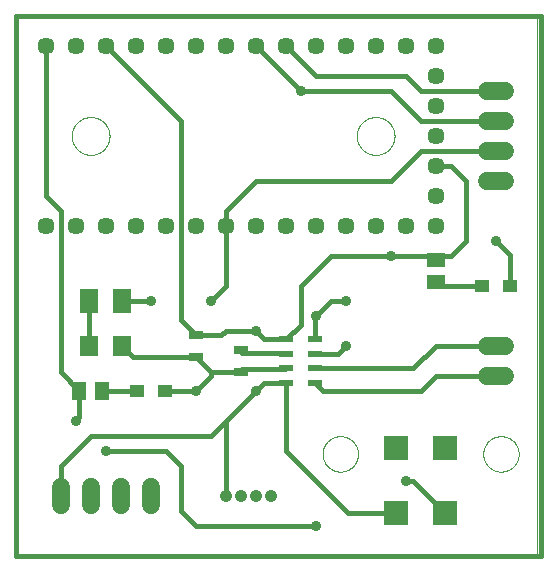
<source format=gtl>
G75*
%MOIN*%
%OFA0B0*%
%FSLAX25Y25*%
%IPPOS*%
%LPD*%
%AMOC8*
5,1,8,0,0,1.08239X$1,22.5*
%
%ADD10C,0.00000*%
%ADD11C,0.01600*%
%ADD12R,0.04724X0.03150*%
%ADD13R,0.04724X0.01969*%
%ADD14C,0.04134*%
%ADD15C,0.06000*%
%ADD16R,0.06299X0.07874*%
%ADD17R,0.06299X0.07098*%
%ADD18C,0.05700*%
%ADD19R,0.08268X0.08268*%
%ADD20R,0.05906X0.05118*%
%ADD21R,0.05118X0.05906*%
%ADD22R,0.04921X0.04331*%
%ADD23C,0.03543*%
%ADD24C,0.01000*%
D10*
X0104122Y0080272D02*
X0104124Y0080425D01*
X0104130Y0080579D01*
X0104140Y0080732D01*
X0104154Y0080884D01*
X0104172Y0081037D01*
X0104194Y0081188D01*
X0104219Y0081339D01*
X0104249Y0081490D01*
X0104283Y0081640D01*
X0104320Y0081788D01*
X0104361Y0081936D01*
X0104406Y0082082D01*
X0104455Y0082228D01*
X0104508Y0082372D01*
X0104564Y0082514D01*
X0104624Y0082655D01*
X0104688Y0082795D01*
X0104755Y0082933D01*
X0104826Y0083069D01*
X0104901Y0083203D01*
X0104978Y0083335D01*
X0105060Y0083465D01*
X0105144Y0083593D01*
X0105232Y0083719D01*
X0105323Y0083842D01*
X0105417Y0083963D01*
X0105515Y0084081D01*
X0105615Y0084197D01*
X0105719Y0084310D01*
X0105825Y0084421D01*
X0105934Y0084529D01*
X0106046Y0084634D01*
X0106160Y0084735D01*
X0106278Y0084834D01*
X0106397Y0084930D01*
X0106519Y0085023D01*
X0106644Y0085112D01*
X0106771Y0085199D01*
X0106900Y0085281D01*
X0107031Y0085361D01*
X0107164Y0085437D01*
X0107299Y0085510D01*
X0107436Y0085579D01*
X0107575Y0085644D01*
X0107715Y0085706D01*
X0107857Y0085764D01*
X0108000Y0085819D01*
X0108145Y0085870D01*
X0108291Y0085917D01*
X0108438Y0085960D01*
X0108586Y0085999D01*
X0108735Y0086035D01*
X0108885Y0086066D01*
X0109036Y0086094D01*
X0109187Y0086118D01*
X0109340Y0086138D01*
X0109492Y0086154D01*
X0109645Y0086166D01*
X0109798Y0086174D01*
X0109951Y0086178D01*
X0110105Y0086178D01*
X0110258Y0086174D01*
X0110411Y0086166D01*
X0110564Y0086154D01*
X0110716Y0086138D01*
X0110869Y0086118D01*
X0111020Y0086094D01*
X0111171Y0086066D01*
X0111321Y0086035D01*
X0111470Y0085999D01*
X0111618Y0085960D01*
X0111765Y0085917D01*
X0111911Y0085870D01*
X0112056Y0085819D01*
X0112199Y0085764D01*
X0112341Y0085706D01*
X0112481Y0085644D01*
X0112620Y0085579D01*
X0112757Y0085510D01*
X0112892Y0085437D01*
X0113025Y0085361D01*
X0113156Y0085281D01*
X0113285Y0085199D01*
X0113412Y0085112D01*
X0113537Y0085023D01*
X0113659Y0084930D01*
X0113778Y0084834D01*
X0113896Y0084735D01*
X0114010Y0084634D01*
X0114122Y0084529D01*
X0114231Y0084421D01*
X0114337Y0084310D01*
X0114441Y0084197D01*
X0114541Y0084081D01*
X0114639Y0083963D01*
X0114733Y0083842D01*
X0114824Y0083719D01*
X0114912Y0083593D01*
X0114996Y0083465D01*
X0115078Y0083335D01*
X0115155Y0083203D01*
X0115230Y0083069D01*
X0115301Y0082933D01*
X0115368Y0082795D01*
X0115432Y0082655D01*
X0115492Y0082514D01*
X0115548Y0082372D01*
X0115601Y0082228D01*
X0115650Y0082082D01*
X0115695Y0081936D01*
X0115736Y0081788D01*
X0115773Y0081640D01*
X0115807Y0081490D01*
X0115837Y0081339D01*
X0115862Y0081188D01*
X0115884Y0081037D01*
X0115902Y0080884D01*
X0115916Y0080732D01*
X0115926Y0080579D01*
X0115932Y0080425D01*
X0115934Y0080272D01*
X0115932Y0080119D01*
X0115926Y0079965D01*
X0115916Y0079812D01*
X0115902Y0079660D01*
X0115884Y0079507D01*
X0115862Y0079356D01*
X0115837Y0079205D01*
X0115807Y0079054D01*
X0115773Y0078904D01*
X0115736Y0078756D01*
X0115695Y0078608D01*
X0115650Y0078462D01*
X0115601Y0078316D01*
X0115548Y0078172D01*
X0115492Y0078030D01*
X0115432Y0077889D01*
X0115368Y0077749D01*
X0115301Y0077611D01*
X0115230Y0077475D01*
X0115155Y0077341D01*
X0115078Y0077209D01*
X0114996Y0077079D01*
X0114912Y0076951D01*
X0114824Y0076825D01*
X0114733Y0076702D01*
X0114639Y0076581D01*
X0114541Y0076463D01*
X0114441Y0076347D01*
X0114337Y0076234D01*
X0114231Y0076123D01*
X0114122Y0076015D01*
X0114010Y0075910D01*
X0113896Y0075809D01*
X0113778Y0075710D01*
X0113659Y0075614D01*
X0113537Y0075521D01*
X0113412Y0075432D01*
X0113285Y0075345D01*
X0113156Y0075263D01*
X0113025Y0075183D01*
X0112892Y0075107D01*
X0112757Y0075034D01*
X0112620Y0074965D01*
X0112481Y0074900D01*
X0112341Y0074838D01*
X0112199Y0074780D01*
X0112056Y0074725D01*
X0111911Y0074674D01*
X0111765Y0074627D01*
X0111618Y0074584D01*
X0111470Y0074545D01*
X0111321Y0074509D01*
X0111171Y0074478D01*
X0111020Y0074450D01*
X0110869Y0074426D01*
X0110716Y0074406D01*
X0110564Y0074390D01*
X0110411Y0074378D01*
X0110258Y0074370D01*
X0110105Y0074366D01*
X0109951Y0074366D01*
X0109798Y0074370D01*
X0109645Y0074378D01*
X0109492Y0074390D01*
X0109340Y0074406D01*
X0109187Y0074426D01*
X0109036Y0074450D01*
X0108885Y0074478D01*
X0108735Y0074509D01*
X0108586Y0074545D01*
X0108438Y0074584D01*
X0108291Y0074627D01*
X0108145Y0074674D01*
X0108000Y0074725D01*
X0107857Y0074780D01*
X0107715Y0074838D01*
X0107575Y0074900D01*
X0107436Y0074965D01*
X0107299Y0075034D01*
X0107164Y0075107D01*
X0107031Y0075183D01*
X0106900Y0075263D01*
X0106771Y0075345D01*
X0106644Y0075432D01*
X0106519Y0075521D01*
X0106397Y0075614D01*
X0106278Y0075710D01*
X0106160Y0075809D01*
X0106046Y0075910D01*
X0105934Y0076015D01*
X0105825Y0076123D01*
X0105719Y0076234D01*
X0105615Y0076347D01*
X0105515Y0076463D01*
X0105417Y0076581D01*
X0105323Y0076702D01*
X0105232Y0076825D01*
X0105144Y0076951D01*
X0105060Y0077079D01*
X0104978Y0077209D01*
X0104901Y0077341D01*
X0104826Y0077475D01*
X0104755Y0077611D01*
X0104688Y0077749D01*
X0104624Y0077889D01*
X0104564Y0078030D01*
X0104508Y0078172D01*
X0104455Y0078316D01*
X0104406Y0078462D01*
X0104361Y0078608D01*
X0104320Y0078756D01*
X0104283Y0078904D01*
X0104249Y0079054D01*
X0104219Y0079205D01*
X0104194Y0079356D01*
X0104172Y0079507D01*
X0104154Y0079660D01*
X0104140Y0079812D01*
X0104130Y0079965D01*
X0104124Y0080119D01*
X0104122Y0080272D01*
X0157666Y0080272D02*
X0157668Y0080425D01*
X0157674Y0080579D01*
X0157684Y0080732D01*
X0157698Y0080884D01*
X0157716Y0081037D01*
X0157738Y0081188D01*
X0157763Y0081339D01*
X0157793Y0081490D01*
X0157827Y0081640D01*
X0157864Y0081788D01*
X0157905Y0081936D01*
X0157950Y0082082D01*
X0157999Y0082228D01*
X0158052Y0082372D01*
X0158108Y0082514D01*
X0158168Y0082655D01*
X0158232Y0082795D01*
X0158299Y0082933D01*
X0158370Y0083069D01*
X0158445Y0083203D01*
X0158522Y0083335D01*
X0158604Y0083465D01*
X0158688Y0083593D01*
X0158776Y0083719D01*
X0158867Y0083842D01*
X0158961Y0083963D01*
X0159059Y0084081D01*
X0159159Y0084197D01*
X0159263Y0084310D01*
X0159369Y0084421D01*
X0159478Y0084529D01*
X0159590Y0084634D01*
X0159704Y0084735D01*
X0159822Y0084834D01*
X0159941Y0084930D01*
X0160063Y0085023D01*
X0160188Y0085112D01*
X0160315Y0085199D01*
X0160444Y0085281D01*
X0160575Y0085361D01*
X0160708Y0085437D01*
X0160843Y0085510D01*
X0160980Y0085579D01*
X0161119Y0085644D01*
X0161259Y0085706D01*
X0161401Y0085764D01*
X0161544Y0085819D01*
X0161689Y0085870D01*
X0161835Y0085917D01*
X0161982Y0085960D01*
X0162130Y0085999D01*
X0162279Y0086035D01*
X0162429Y0086066D01*
X0162580Y0086094D01*
X0162731Y0086118D01*
X0162884Y0086138D01*
X0163036Y0086154D01*
X0163189Y0086166D01*
X0163342Y0086174D01*
X0163495Y0086178D01*
X0163649Y0086178D01*
X0163802Y0086174D01*
X0163955Y0086166D01*
X0164108Y0086154D01*
X0164260Y0086138D01*
X0164413Y0086118D01*
X0164564Y0086094D01*
X0164715Y0086066D01*
X0164865Y0086035D01*
X0165014Y0085999D01*
X0165162Y0085960D01*
X0165309Y0085917D01*
X0165455Y0085870D01*
X0165600Y0085819D01*
X0165743Y0085764D01*
X0165885Y0085706D01*
X0166025Y0085644D01*
X0166164Y0085579D01*
X0166301Y0085510D01*
X0166436Y0085437D01*
X0166569Y0085361D01*
X0166700Y0085281D01*
X0166829Y0085199D01*
X0166956Y0085112D01*
X0167081Y0085023D01*
X0167203Y0084930D01*
X0167322Y0084834D01*
X0167440Y0084735D01*
X0167554Y0084634D01*
X0167666Y0084529D01*
X0167775Y0084421D01*
X0167881Y0084310D01*
X0167985Y0084197D01*
X0168085Y0084081D01*
X0168183Y0083963D01*
X0168277Y0083842D01*
X0168368Y0083719D01*
X0168456Y0083593D01*
X0168540Y0083465D01*
X0168622Y0083335D01*
X0168699Y0083203D01*
X0168774Y0083069D01*
X0168845Y0082933D01*
X0168912Y0082795D01*
X0168976Y0082655D01*
X0169036Y0082514D01*
X0169092Y0082372D01*
X0169145Y0082228D01*
X0169194Y0082082D01*
X0169239Y0081936D01*
X0169280Y0081788D01*
X0169317Y0081640D01*
X0169351Y0081490D01*
X0169381Y0081339D01*
X0169406Y0081188D01*
X0169428Y0081037D01*
X0169446Y0080884D01*
X0169460Y0080732D01*
X0169470Y0080579D01*
X0169476Y0080425D01*
X0169478Y0080272D01*
X0169476Y0080119D01*
X0169470Y0079965D01*
X0169460Y0079812D01*
X0169446Y0079660D01*
X0169428Y0079507D01*
X0169406Y0079356D01*
X0169381Y0079205D01*
X0169351Y0079054D01*
X0169317Y0078904D01*
X0169280Y0078756D01*
X0169239Y0078608D01*
X0169194Y0078462D01*
X0169145Y0078316D01*
X0169092Y0078172D01*
X0169036Y0078030D01*
X0168976Y0077889D01*
X0168912Y0077749D01*
X0168845Y0077611D01*
X0168774Y0077475D01*
X0168699Y0077341D01*
X0168622Y0077209D01*
X0168540Y0077079D01*
X0168456Y0076951D01*
X0168368Y0076825D01*
X0168277Y0076702D01*
X0168183Y0076581D01*
X0168085Y0076463D01*
X0167985Y0076347D01*
X0167881Y0076234D01*
X0167775Y0076123D01*
X0167666Y0076015D01*
X0167554Y0075910D01*
X0167440Y0075809D01*
X0167322Y0075710D01*
X0167203Y0075614D01*
X0167081Y0075521D01*
X0166956Y0075432D01*
X0166829Y0075345D01*
X0166700Y0075263D01*
X0166569Y0075183D01*
X0166436Y0075107D01*
X0166301Y0075034D01*
X0166164Y0074965D01*
X0166025Y0074900D01*
X0165885Y0074838D01*
X0165743Y0074780D01*
X0165600Y0074725D01*
X0165455Y0074674D01*
X0165309Y0074627D01*
X0165162Y0074584D01*
X0165014Y0074545D01*
X0164865Y0074509D01*
X0164715Y0074478D01*
X0164564Y0074450D01*
X0164413Y0074426D01*
X0164260Y0074406D01*
X0164108Y0074390D01*
X0163955Y0074378D01*
X0163802Y0074370D01*
X0163649Y0074366D01*
X0163495Y0074366D01*
X0163342Y0074370D01*
X0163189Y0074378D01*
X0163036Y0074390D01*
X0162884Y0074406D01*
X0162731Y0074426D01*
X0162580Y0074450D01*
X0162429Y0074478D01*
X0162279Y0074509D01*
X0162130Y0074545D01*
X0161982Y0074584D01*
X0161835Y0074627D01*
X0161689Y0074674D01*
X0161544Y0074725D01*
X0161401Y0074780D01*
X0161259Y0074838D01*
X0161119Y0074900D01*
X0160980Y0074965D01*
X0160843Y0075034D01*
X0160708Y0075107D01*
X0160575Y0075183D01*
X0160444Y0075263D01*
X0160315Y0075345D01*
X0160188Y0075432D01*
X0160063Y0075521D01*
X0159941Y0075614D01*
X0159822Y0075710D01*
X0159704Y0075809D01*
X0159590Y0075910D01*
X0159478Y0076015D01*
X0159369Y0076123D01*
X0159263Y0076234D01*
X0159159Y0076347D01*
X0159059Y0076463D01*
X0158961Y0076581D01*
X0158867Y0076702D01*
X0158776Y0076825D01*
X0158688Y0076951D01*
X0158604Y0077079D01*
X0158522Y0077209D01*
X0158445Y0077341D01*
X0158370Y0077475D01*
X0158299Y0077611D01*
X0158232Y0077749D01*
X0158168Y0077889D01*
X0158108Y0078030D01*
X0158052Y0078172D01*
X0157999Y0078316D01*
X0157950Y0078462D01*
X0157905Y0078608D01*
X0157864Y0078756D01*
X0157827Y0078904D01*
X0157793Y0079054D01*
X0157763Y0079205D01*
X0157738Y0079356D01*
X0157716Y0079507D01*
X0157698Y0079660D01*
X0157684Y0079812D01*
X0157674Y0079965D01*
X0157668Y0080119D01*
X0157666Y0080272D01*
X0175501Y0046256D02*
X0175501Y0226217D01*
X0001800Y0226217D01*
X0020501Y0186256D02*
X0020503Y0186414D01*
X0020509Y0186572D01*
X0020519Y0186730D01*
X0020533Y0186888D01*
X0020551Y0187045D01*
X0020572Y0187202D01*
X0020598Y0187358D01*
X0020628Y0187514D01*
X0020661Y0187669D01*
X0020699Y0187822D01*
X0020740Y0187975D01*
X0020785Y0188127D01*
X0020834Y0188278D01*
X0020887Y0188427D01*
X0020943Y0188575D01*
X0021003Y0188721D01*
X0021067Y0188866D01*
X0021135Y0189009D01*
X0021206Y0189151D01*
X0021280Y0189291D01*
X0021358Y0189428D01*
X0021440Y0189564D01*
X0021524Y0189698D01*
X0021613Y0189829D01*
X0021704Y0189958D01*
X0021799Y0190085D01*
X0021896Y0190210D01*
X0021997Y0190332D01*
X0022101Y0190451D01*
X0022208Y0190568D01*
X0022318Y0190682D01*
X0022431Y0190793D01*
X0022546Y0190902D01*
X0022664Y0191007D01*
X0022785Y0191109D01*
X0022908Y0191209D01*
X0023034Y0191305D01*
X0023162Y0191398D01*
X0023292Y0191488D01*
X0023425Y0191574D01*
X0023560Y0191658D01*
X0023696Y0191737D01*
X0023835Y0191814D01*
X0023976Y0191886D01*
X0024118Y0191956D01*
X0024262Y0192021D01*
X0024408Y0192083D01*
X0024555Y0192141D01*
X0024704Y0192196D01*
X0024854Y0192247D01*
X0025005Y0192294D01*
X0025157Y0192337D01*
X0025310Y0192376D01*
X0025465Y0192412D01*
X0025620Y0192443D01*
X0025776Y0192471D01*
X0025932Y0192495D01*
X0026089Y0192515D01*
X0026247Y0192531D01*
X0026404Y0192543D01*
X0026563Y0192551D01*
X0026721Y0192555D01*
X0026879Y0192555D01*
X0027037Y0192551D01*
X0027196Y0192543D01*
X0027353Y0192531D01*
X0027511Y0192515D01*
X0027668Y0192495D01*
X0027824Y0192471D01*
X0027980Y0192443D01*
X0028135Y0192412D01*
X0028290Y0192376D01*
X0028443Y0192337D01*
X0028595Y0192294D01*
X0028746Y0192247D01*
X0028896Y0192196D01*
X0029045Y0192141D01*
X0029192Y0192083D01*
X0029338Y0192021D01*
X0029482Y0191956D01*
X0029624Y0191886D01*
X0029765Y0191814D01*
X0029904Y0191737D01*
X0030040Y0191658D01*
X0030175Y0191574D01*
X0030308Y0191488D01*
X0030438Y0191398D01*
X0030566Y0191305D01*
X0030692Y0191209D01*
X0030815Y0191109D01*
X0030936Y0191007D01*
X0031054Y0190902D01*
X0031169Y0190793D01*
X0031282Y0190682D01*
X0031392Y0190568D01*
X0031499Y0190451D01*
X0031603Y0190332D01*
X0031704Y0190210D01*
X0031801Y0190085D01*
X0031896Y0189958D01*
X0031987Y0189829D01*
X0032076Y0189698D01*
X0032160Y0189564D01*
X0032242Y0189428D01*
X0032320Y0189291D01*
X0032394Y0189151D01*
X0032465Y0189009D01*
X0032533Y0188866D01*
X0032597Y0188721D01*
X0032657Y0188575D01*
X0032713Y0188427D01*
X0032766Y0188278D01*
X0032815Y0188127D01*
X0032860Y0187975D01*
X0032901Y0187822D01*
X0032939Y0187669D01*
X0032972Y0187514D01*
X0033002Y0187358D01*
X0033028Y0187202D01*
X0033049Y0187045D01*
X0033067Y0186888D01*
X0033081Y0186730D01*
X0033091Y0186572D01*
X0033097Y0186414D01*
X0033099Y0186256D01*
X0033097Y0186098D01*
X0033091Y0185940D01*
X0033081Y0185782D01*
X0033067Y0185624D01*
X0033049Y0185467D01*
X0033028Y0185310D01*
X0033002Y0185154D01*
X0032972Y0184998D01*
X0032939Y0184843D01*
X0032901Y0184690D01*
X0032860Y0184537D01*
X0032815Y0184385D01*
X0032766Y0184234D01*
X0032713Y0184085D01*
X0032657Y0183937D01*
X0032597Y0183791D01*
X0032533Y0183646D01*
X0032465Y0183503D01*
X0032394Y0183361D01*
X0032320Y0183221D01*
X0032242Y0183084D01*
X0032160Y0182948D01*
X0032076Y0182814D01*
X0031987Y0182683D01*
X0031896Y0182554D01*
X0031801Y0182427D01*
X0031704Y0182302D01*
X0031603Y0182180D01*
X0031499Y0182061D01*
X0031392Y0181944D01*
X0031282Y0181830D01*
X0031169Y0181719D01*
X0031054Y0181610D01*
X0030936Y0181505D01*
X0030815Y0181403D01*
X0030692Y0181303D01*
X0030566Y0181207D01*
X0030438Y0181114D01*
X0030308Y0181024D01*
X0030175Y0180938D01*
X0030040Y0180854D01*
X0029904Y0180775D01*
X0029765Y0180698D01*
X0029624Y0180626D01*
X0029482Y0180556D01*
X0029338Y0180491D01*
X0029192Y0180429D01*
X0029045Y0180371D01*
X0028896Y0180316D01*
X0028746Y0180265D01*
X0028595Y0180218D01*
X0028443Y0180175D01*
X0028290Y0180136D01*
X0028135Y0180100D01*
X0027980Y0180069D01*
X0027824Y0180041D01*
X0027668Y0180017D01*
X0027511Y0179997D01*
X0027353Y0179981D01*
X0027196Y0179969D01*
X0027037Y0179961D01*
X0026879Y0179957D01*
X0026721Y0179957D01*
X0026563Y0179961D01*
X0026404Y0179969D01*
X0026247Y0179981D01*
X0026089Y0179997D01*
X0025932Y0180017D01*
X0025776Y0180041D01*
X0025620Y0180069D01*
X0025465Y0180100D01*
X0025310Y0180136D01*
X0025157Y0180175D01*
X0025005Y0180218D01*
X0024854Y0180265D01*
X0024704Y0180316D01*
X0024555Y0180371D01*
X0024408Y0180429D01*
X0024262Y0180491D01*
X0024118Y0180556D01*
X0023976Y0180626D01*
X0023835Y0180698D01*
X0023696Y0180775D01*
X0023560Y0180854D01*
X0023425Y0180938D01*
X0023292Y0181024D01*
X0023162Y0181114D01*
X0023034Y0181207D01*
X0022908Y0181303D01*
X0022785Y0181403D01*
X0022664Y0181505D01*
X0022546Y0181610D01*
X0022431Y0181719D01*
X0022318Y0181830D01*
X0022208Y0181944D01*
X0022101Y0182061D01*
X0021997Y0182180D01*
X0021896Y0182302D01*
X0021799Y0182427D01*
X0021704Y0182554D01*
X0021613Y0182683D01*
X0021524Y0182814D01*
X0021440Y0182948D01*
X0021358Y0183084D01*
X0021280Y0183221D01*
X0021206Y0183361D01*
X0021135Y0183503D01*
X0021067Y0183646D01*
X0021003Y0183791D01*
X0020943Y0183937D01*
X0020887Y0184085D01*
X0020834Y0184234D01*
X0020785Y0184385D01*
X0020740Y0184537D01*
X0020699Y0184690D01*
X0020661Y0184843D01*
X0020628Y0184998D01*
X0020598Y0185154D01*
X0020572Y0185310D01*
X0020551Y0185467D01*
X0020533Y0185624D01*
X0020519Y0185782D01*
X0020509Y0185940D01*
X0020503Y0186098D01*
X0020501Y0186256D01*
X0115501Y0186256D02*
X0115503Y0186414D01*
X0115509Y0186572D01*
X0115519Y0186730D01*
X0115533Y0186888D01*
X0115551Y0187045D01*
X0115572Y0187202D01*
X0115598Y0187358D01*
X0115628Y0187514D01*
X0115661Y0187669D01*
X0115699Y0187822D01*
X0115740Y0187975D01*
X0115785Y0188127D01*
X0115834Y0188278D01*
X0115887Y0188427D01*
X0115943Y0188575D01*
X0116003Y0188721D01*
X0116067Y0188866D01*
X0116135Y0189009D01*
X0116206Y0189151D01*
X0116280Y0189291D01*
X0116358Y0189428D01*
X0116440Y0189564D01*
X0116524Y0189698D01*
X0116613Y0189829D01*
X0116704Y0189958D01*
X0116799Y0190085D01*
X0116896Y0190210D01*
X0116997Y0190332D01*
X0117101Y0190451D01*
X0117208Y0190568D01*
X0117318Y0190682D01*
X0117431Y0190793D01*
X0117546Y0190902D01*
X0117664Y0191007D01*
X0117785Y0191109D01*
X0117908Y0191209D01*
X0118034Y0191305D01*
X0118162Y0191398D01*
X0118292Y0191488D01*
X0118425Y0191574D01*
X0118560Y0191658D01*
X0118696Y0191737D01*
X0118835Y0191814D01*
X0118976Y0191886D01*
X0119118Y0191956D01*
X0119262Y0192021D01*
X0119408Y0192083D01*
X0119555Y0192141D01*
X0119704Y0192196D01*
X0119854Y0192247D01*
X0120005Y0192294D01*
X0120157Y0192337D01*
X0120310Y0192376D01*
X0120465Y0192412D01*
X0120620Y0192443D01*
X0120776Y0192471D01*
X0120932Y0192495D01*
X0121089Y0192515D01*
X0121247Y0192531D01*
X0121404Y0192543D01*
X0121563Y0192551D01*
X0121721Y0192555D01*
X0121879Y0192555D01*
X0122037Y0192551D01*
X0122196Y0192543D01*
X0122353Y0192531D01*
X0122511Y0192515D01*
X0122668Y0192495D01*
X0122824Y0192471D01*
X0122980Y0192443D01*
X0123135Y0192412D01*
X0123290Y0192376D01*
X0123443Y0192337D01*
X0123595Y0192294D01*
X0123746Y0192247D01*
X0123896Y0192196D01*
X0124045Y0192141D01*
X0124192Y0192083D01*
X0124338Y0192021D01*
X0124482Y0191956D01*
X0124624Y0191886D01*
X0124765Y0191814D01*
X0124904Y0191737D01*
X0125040Y0191658D01*
X0125175Y0191574D01*
X0125308Y0191488D01*
X0125438Y0191398D01*
X0125566Y0191305D01*
X0125692Y0191209D01*
X0125815Y0191109D01*
X0125936Y0191007D01*
X0126054Y0190902D01*
X0126169Y0190793D01*
X0126282Y0190682D01*
X0126392Y0190568D01*
X0126499Y0190451D01*
X0126603Y0190332D01*
X0126704Y0190210D01*
X0126801Y0190085D01*
X0126896Y0189958D01*
X0126987Y0189829D01*
X0127076Y0189698D01*
X0127160Y0189564D01*
X0127242Y0189428D01*
X0127320Y0189291D01*
X0127394Y0189151D01*
X0127465Y0189009D01*
X0127533Y0188866D01*
X0127597Y0188721D01*
X0127657Y0188575D01*
X0127713Y0188427D01*
X0127766Y0188278D01*
X0127815Y0188127D01*
X0127860Y0187975D01*
X0127901Y0187822D01*
X0127939Y0187669D01*
X0127972Y0187514D01*
X0128002Y0187358D01*
X0128028Y0187202D01*
X0128049Y0187045D01*
X0128067Y0186888D01*
X0128081Y0186730D01*
X0128091Y0186572D01*
X0128097Y0186414D01*
X0128099Y0186256D01*
X0128097Y0186098D01*
X0128091Y0185940D01*
X0128081Y0185782D01*
X0128067Y0185624D01*
X0128049Y0185467D01*
X0128028Y0185310D01*
X0128002Y0185154D01*
X0127972Y0184998D01*
X0127939Y0184843D01*
X0127901Y0184690D01*
X0127860Y0184537D01*
X0127815Y0184385D01*
X0127766Y0184234D01*
X0127713Y0184085D01*
X0127657Y0183937D01*
X0127597Y0183791D01*
X0127533Y0183646D01*
X0127465Y0183503D01*
X0127394Y0183361D01*
X0127320Y0183221D01*
X0127242Y0183084D01*
X0127160Y0182948D01*
X0127076Y0182814D01*
X0126987Y0182683D01*
X0126896Y0182554D01*
X0126801Y0182427D01*
X0126704Y0182302D01*
X0126603Y0182180D01*
X0126499Y0182061D01*
X0126392Y0181944D01*
X0126282Y0181830D01*
X0126169Y0181719D01*
X0126054Y0181610D01*
X0125936Y0181505D01*
X0125815Y0181403D01*
X0125692Y0181303D01*
X0125566Y0181207D01*
X0125438Y0181114D01*
X0125308Y0181024D01*
X0125175Y0180938D01*
X0125040Y0180854D01*
X0124904Y0180775D01*
X0124765Y0180698D01*
X0124624Y0180626D01*
X0124482Y0180556D01*
X0124338Y0180491D01*
X0124192Y0180429D01*
X0124045Y0180371D01*
X0123896Y0180316D01*
X0123746Y0180265D01*
X0123595Y0180218D01*
X0123443Y0180175D01*
X0123290Y0180136D01*
X0123135Y0180100D01*
X0122980Y0180069D01*
X0122824Y0180041D01*
X0122668Y0180017D01*
X0122511Y0179997D01*
X0122353Y0179981D01*
X0122196Y0179969D01*
X0122037Y0179961D01*
X0121879Y0179957D01*
X0121721Y0179957D01*
X0121563Y0179961D01*
X0121404Y0179969D01*
X0121247Y0179981D01*
X0121089Y0179997D01*
X0120932Y0180017D01*
X0120776Y0180041D01*
X0120620Y0180069D01*
X0120465Y0180100D01*
X0120310Y0180136D01*
X0120157Y0180175D01*
X0120005Y0180218D01*
X0119854Y0180265D01*
X0119704Y0180316D01*
X0119555Y0180371D01*
X0119408Y0180429D01*
X0119262Y0180491D01*
X0119118Y0180556D01*
X0118976Y0180626D01*
X0118835Y0180698D01*
X0118696Y0180775D01*
X0118560Y0180854D01*
X0118425Y0180938D01*
X0118292Y0181024D01*
X0118162Y0181114D01*
X0118034Y0181207D01*
X0117908Y0181303D01*
X0117785Y0181403D01*
X0117664Y0181505D01*
X0117546Y0181610D01*
X0117431Y0181719D01*
X0117318Y0181830D01*
X0117208Y0181944D01*
X0117101Y0182061D01*
X0116997Y0182180D01*
X0116896Y0182302D01*
X0116799Y0182427D01*
X0116704Y0182554D01*
X0116613Y0182683D01*
X0116524Y0182814D01*
X0116440Y0182948D01*
X0116358Y0183084D01*
X0116280Y0183221D01*
X0116206Y0183361D01*
X0116135Y0183503D01*
X0116067Y0183646D01*
X0116003Y0183791D01*
X0115943Y0183937D01*
X0115887Y0184085D01*
X0115834Y0184234D01*
X0115785Y0184385D01*
X0115740Y0184537D01*
X0115699Y0184690D01*
X0115661Y0184843D01*
X0115628Y0184998D01*
X0115598Y0185154D01*
X0115572Y0185310D01*
X0115551Y0185467D01*
X0115533Y0185624D01*
X0115519Y0185782D01*
X0115509Y0185940D01*
X0115503Y0186098D01*
X0115501Y0186256D01*
D11*
X0001800Y0226217D02*
X0001800Y0046256D01*
X0175501Y0046256D01*
X0176800Y0046256D01*
X0176800Y0226256D01*
X0001800Y0226256D01*
X0001800Y0226217D01*
X0011800Y0216256D02*
X0011800Y0166256D01*
X0016800Y0161256D01*
X0016800Y0107516D01*
X0023060Y0101256D01*
X0023060Y0092516D01*
X0021800Y0091256D01*
X0026800Y0086256D02*
X0016800Y0076256D01*
X0016800Y0066256D01*
X0031800Y0081256D02*
X0051800Y0081256D01*
X0056800Y0076256D01*
X0056800Y0061256D01*
X0061800Y0056256D01*
X0101800Y0056256D01*
X0112627Y0060429D02*
X0128532Y0060429D01*
X0131800Y0071256D02*
X0134241Y0071256D01*
X0145068Y0060429D01*
X0112627Y0060429D02*
X0091800Y0081256D01*
X0091800Y0103598D01*
X0092076Y0103874D01*
X0084418Y0103874D01*
X0081800Y0101256D01*
X0071800Y0091256D01*
X0066800Y0086256D01*
X0026800Y0086256D01*
X0023060Y0101256D02*
X0021800Y0101256D01*
X0030540Y0101256D02*
X0042174Y0101256D01*
X0051426Y0101256D02*
X0061800Y0101256D01*
X0066800Y0106256D01*
X0066800Y0107713D01*
X0076800Y0107713D01*
X0077200Y0108556D02*
X0091600Y0108556D01*
X0091600Y0113956D02*
X0077200Y0113956D01*
X0084418Y0118638D02*
X0081800Y0121256D01*
X0071800Y0121256D01*
X0070343Y0119799D01*
X0061800Y0119799D01*
X0056800Y0124799D01*
X0056800Y0191256D01*
X0031800Y0216256D01*
X0081800Y0171256D02*
X0071800Y0161256D01*
X0071800Y0156256D01*
X0071800Y0136256D01*
X0066800Y0131256D01*
X0061800Y0112713D02*
X0040942Y0112713D01*
X0037398Y0116256D01*
X0026202Y0116256D02*
X0026202Y0131256D01*
X0026288Y0131256D01*
X0037312Y0131256D02*
X0046800Y0131256D01*
X0061800Y0112713D02*
X0066800Y0107713D01*
X0071800Y0091256D02*
X0071800Y0066256D01*
X0104143Y0101256D02*
X0101524Y0103874D01*
X0104143Y0101256D02*
X0136800Y0101256D01*
X0141800Y0106256D01*
X0161800Y0106256D01*
X0161800Y0116256D02*
X0141800Y0116256D01*
X0134339Y0108795D01*
X0101524Y0108795D01*
X0101524Y0113717D02*
X0109261Y0113717D01*
X0111800Y0116256D01*
X0101524Y0118638D02*
X0101524Y0125980D01*
X0101800Y0126256D01*
X0106800Y0131256D01*
X0111800Y0131256D01*
X0096800Y0136256D02*
X0106800Y0146256D01*
X0126800Y0146256D01*
X0140540Y0146256D01*
X0141800Y0144996D01*
X0143060Y0146256D01*
X0146800Y0146256D01*
X0151800Y0151256D01*
X0151800Y0171256D01*
X0146800Y0176256D01*
X0141800Y0176256D01*
X0136800Y0181256D02*
X0126800Y0171256D01*
X0081800Y0171256D01*
X0096800Y0201256D02*
X0126800Y0201256D01*
X0136800Y0191256D01*
X0161800Y0191256D01*
X0161800Y0181256D02*
X0136800Y0181256D01*
X0136800Y0201256D02*
X0131800Y0206256D01*
X0101800Y0206256D01*
X0091800Y0216256D01*
X0081800Y0216256D02*
X0096800Y0201256D01*
X0136800Y0201256D02*
X0161800Y0201256D01*
X0161800Y0151256D02*
X0166426Y0146630D01*
X0166426Y0136256D01*
X0157174Y0136256D02*
X0143060Y0136256D01*
X0141800Y0137516D01*
X0096800Y0136256D02*
X0096800Y0123362D01*
X0092076Y0118638D01*
X0091800Y0118913D01*
X0092076Y0118638D02*
X0084418Y0118638D01*
D12*
X0076800Y0114799D03*
X0076800Y0107713D03*
X0061800Y0112713D03*
X0061800Y0119799D03*
D13*
X0092076Y0118638D03*
X0092076Y0113717D03*
X0092076Y0108795D03*
X0092076Y0103874D03*
X0101524Y0103874D03*
X0101524Y0108795D03*
X0101524Y0113717D03*
X0101524Y0118638D03*
D14*
X0086800Y0066256D03*
X0081800Y0066256D03*
X0076800Y0066256D03*
X0071800Y0066256D03*
D15*
X0046800Y0063256D02*
X0046800Y0069256D01*
X0036800Y0069256D02*
X0036800Y0063256D01*
X0026800Y0063256D02*
X0026800Y0069256D01*
X0016800Y0069256D02*
X0016800Y0063256D01*
X0158800Y0106256D02*
X0164800Y0106256D01*
X0164800Y0116256D02*
X0158800Y0116256D01*
X0158800Y0171256D02*
X0164800Y0171256D01*
X0164800Y0181256D02*
X0158800Y0181256D01*
X0158800Y0191256D02*
X0164800Y0191256D01*
X0164800Y0201256D02*
X0158800Y0201256D01*
D16*
X0037312Y0131256D03*
X0026288Y0131256D03*
D17*
X0026202Y0116256D03*
X0037398Y0116256D03*
D18*
X0041800Y0156256D03*
X0031800Y0156256D03*
X0021800Y0156256D03*
X0011800Y0156256D03*
X0051800Y0156256D03*
X0061800Y0156256D03*
X0071800Y0156256D03*
X0081800Y0156256D03*
X0091800Y0156256D03*
X0101800Y0156256D03*
X0111800Y0156256D03*
X0121800Y0156256D03*
X0131800Y0156256D03*
X0141800Y0156256D03*
X0141800Y0166256D03*
X0141800Y0176256D03*
X0141800Y0186256D03*
X0141800Y0196256D03*
X0141800Y0206256D03*
X0141800Y0216256D03*
X0131800Y0216256D03*
X0121800Y0216256D03*
X0111800Y0216256D03*
X0101800Y0216256D03*
X0091800Y0216256D03*
X0081800Y0216256D03*
X0071800Y0216256D03*
X0061800Y0216256D03*
X0051800Y0216256D03*
X0041800Y0216256D03*
X0031800Y0216256D03*
X0021800Y0216256D03*
X0011800Y0216256D03*
D19*
X0128532Y0082083D03*
X0128532Y0060429D03*
X0145068Y0060429D03*
X0145068Y0082083D03*
D20*
X0141800Y0137516D03*
X0141800Y0144996D03*
D21*
X0030540Y0101256D03*
X0023060Y0101256D03*
D22*
X0042174Y0101256D03*
X0051426Y0101256D03*
X0157174Y0136256D03*
X0166426Y0136256D03*
D23*
X0161800Y0151256D03*
X0126800Y0146256D03*
X0111800Y0131256D03*
X0101800Y0126256D03*
X0111800Y0116256D03*
X0081800Y0121256D03*
X0066800Y0131256D03*
X0046800Y0131256D03*
X0061800Y0101256D03*
X0081800Y0101256D03*
X0101800Y0056256D03*
X0131800Y0071256D03*
X0031800Y0081256D03*
X0021800Y0091256D03*
X0096800Y0201256D03*
D24*
X0092076Y0118638D02*
X0091600Y0118456D01*
X0091600Y0113956D02*
X0092076Y0113717D01*
X0092076Y0108795D02*
X0091600Y0108556D01*
X0077200Y0108556D02*
X0076800Y0107713D01*
X0076300Y0107656D01*
X0077200Y0113956D02*
X0076800Y0114799D01*
M02*

</source>
